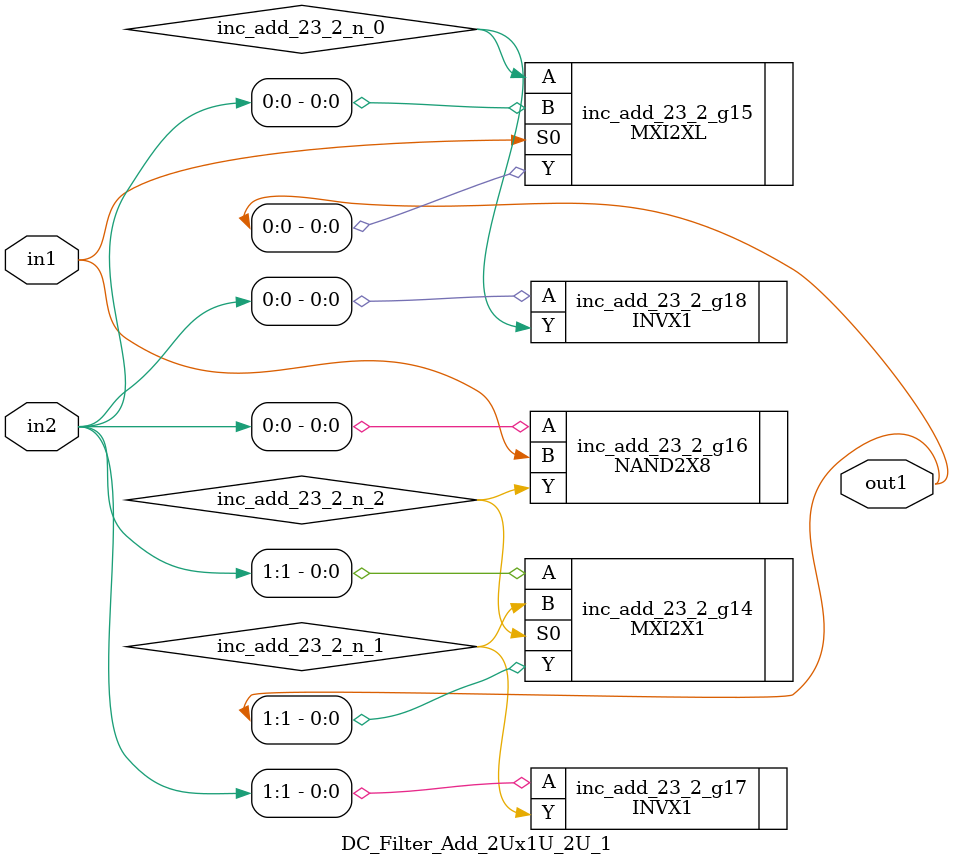
<source format=v>
`timescale 1ps / 1ps


module DC_Filter_Add_2Ux1U_2U_1(in2, in1, out1);
  input [1:0] in2;
  input in1;
  output [1:0] out1;
  wire [1:0] in2;
  wire in1;
  wire [1:0] out1;
  wire inc_add_23_2_n_0, inc_add_23_2_n_1, inc_add_23_2_n_2;
  MXI2X1 inc_add_23_2_g14(.A (in2[1]), .B (inc_add_23_2_n_1), .S0
       (inc_add_23_2_n_2), .Y (out1[1]));
  MXI2XL inc_add_23_2_g15(.A (inc_add_23_2_n_0), .B (in2[0]), .S0
       (in1), .Y (out1[0]));
  NAND2X8 inc_add_23_2_g16(.A (in2[0]), .B (in1), .Y
       (inc_add_23_2_n_2));
  INVX1 inc_add_23_2_g17(.A (in2[1]), .Y (inc_add_23_2_n_1));
  INVX1 inc_add_23_2_g18(.A (in2[0]), .Y (inc_add_23_2_n_0));
endmodule


</source>
